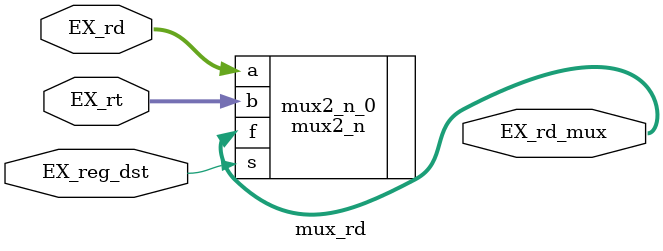
<source format=v>
`ifndef _mux_rd_v_
`define _mux_rd_v_
`endif

`ifndef _mux2_n_v_
`include "modules/mux2_n.v"
`endif

module mux_rd(EX_rt, EX_rd, EX_rd_mux, EX_reg_dst);

  input wire [4:0] EX_rt, EX_rd;
  input wire EX_reg_dst;
  output wire [4:0] EX_rd_mux;
  
  mux2_n #(5) mux2_n_0(
  	.a(EX_rd),
  	.b(EX_rt),
  	.s(EX_reg_dst),
  	.f(EX_rd_mux)
  );

endmodule
</source>
